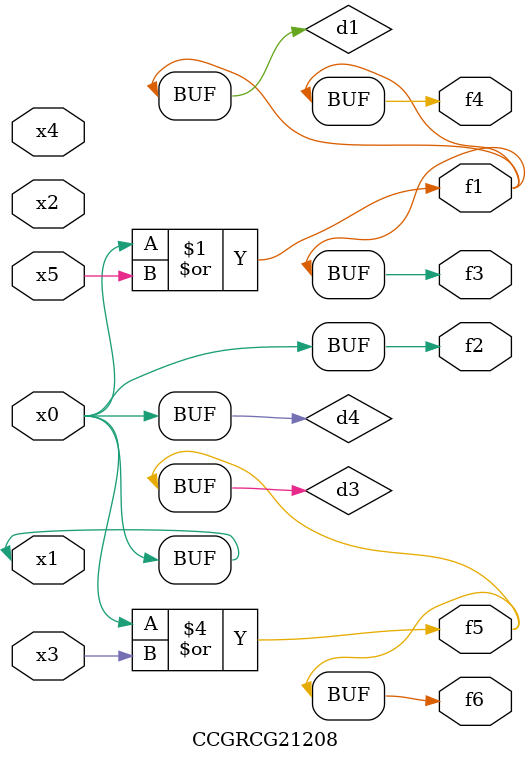
<source format=v>
module CCGRCG21208(
	input x0, x1, x2, x3, x4, x5,
	output f1, f2, f3, f4, f5, f6
);

	wire d1, d2, d3, d4;

	or (d1, x0, x5);
	xnor (d2, x1, x4);
	or (d3, x0, x3);
	buf (d4, x0, x1);
	assign f1 = d1;
	assign f2 = d4;
	assign f3 = d1;
	assign f4 = d1;
	assign f5 = d3;
	assign f6 = d3;
endmodule

</source>
